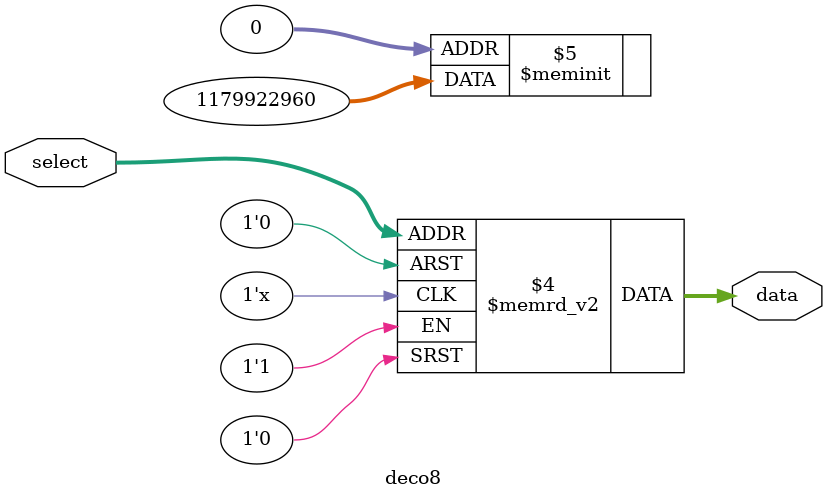
<source format=sv>
module deco8 (input logic [2:0] select,
					output logic [3:0] data);
					
	always_comb
	
		case(select)
		3'b000: data = 4'b0000;
		3'b001: data =	4'b0001;
		3'b010: data =	4'b0010;
		3'b011: data =	4'b0011;
		3'b100: data =	4'b0100;
		3'b101: data =	4'b0101;
		3'b110: data =	4'b0110;
		3'b111: data =	4'b0100;
		default: data = 4'bxxxx;
		endcase

endmodule

</source>
